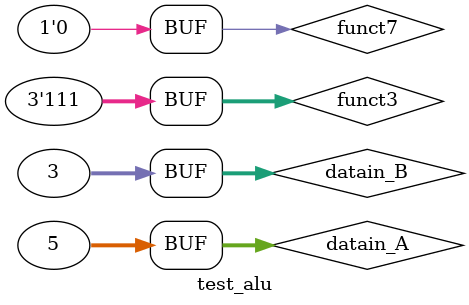
<source format=v>
`include "exemple/alu/alu.v"

module test_alu;
   reg [31:0] datain_A, datain_B;
   reg [2 :0] funct3;
   reg funct7;
   wire	[31:0] out;

   alu alu_inst(datain_A, datain_B, funct3, funct7, out);

   initial
     begin
	$dumpfile("signal_alu.vcd");
	$dumpvars;
	$display("\t\ttime, \t\tA, \t\tB, \tfunct3, \tfunct7, \tout");
	$monitor("%d \t%d \t%d \t%b \t\t%b \t%d\n",
		 $time, datain_A, datain_B, funct3, funct7, out);

	$display("add 0+0");
	datain_A <= 0;
	datain_B <= 0;
	funct3 <= 0;
	funct7 <= 0;
	#100;

	$display("add 22+13");
	datain_A <= 22;
	datain_B <= 13;
	#100;

	$display("sub 20-13");
	datain_A <= 20;
	datain_B <= 13;
	funct7 <= 1;
	#100;

	$display("sll 4 1");
	datain_A <= 4;
	datain_B <= 1;
	funct7 <= 0;
	funct3 <= 1;
	#100;

	$display("slt 4 1");
	datain_A <= 4;
	datain_B <= 1;
	funct3 <= 2;
	#100;

	$display("slt 1 4");
	datain_A <= 1;
	datain_B <= 4;
	#100;

	$display("slt 4 4");
	datain_A <= 4;
	datain_B <= 4;
	#100;

	$display("slt -4 1");
	datain_A <= -4;
	datain_B <= 1;
	#100;

	$display("slt 1 -4");
	datain_A <= 1;
	datain_B <= -4;
	#100;

	$display("slt -4 -4");
	datain_A <= -4;
	datain_B <= -4;
	#100;

	$display("sltu 4 1");
	datain_A <= 4;
	datain_B <= 1;
	funct3 <= 3;
	#100;

	$display("sltu 1 4");
	datain_A <= 1;
	datain_B <= 4;
	#100;

	$display("sltu 4 4");
	datain_A <= 4;
	datain_B <= 4;
	#100;

	$display("xor 7 5");
	datain_A <= 7;
	datain_B <= 5;
	funct3 <= 4;
	#100;

	$display("xor 4 4");
	datain_A <= 4;
	datain_B <= 1;
	#100;

	$display("srl 7 1");
	datain_A <= 7;
	datain_B <= 1;
	funct3 <= 5;
	#100;

	$display("srl 7 2");
	datain_A <= 7;
	datain_B <= 2;
	#100;

	$display("or 4 3");
	datain_A <= 4;
	datain_B <= 3;
	funct3 <= 6;
	#100;

	$display("or 2 3");
	datain_A <= 2;
	datain_B <= 4;
	#100;

	$display("and 5 3");
	datain_A <= 5;
	datain_B <= 3;
	funct3 <= 7;
	#100;

     end
endmodule

</source>
